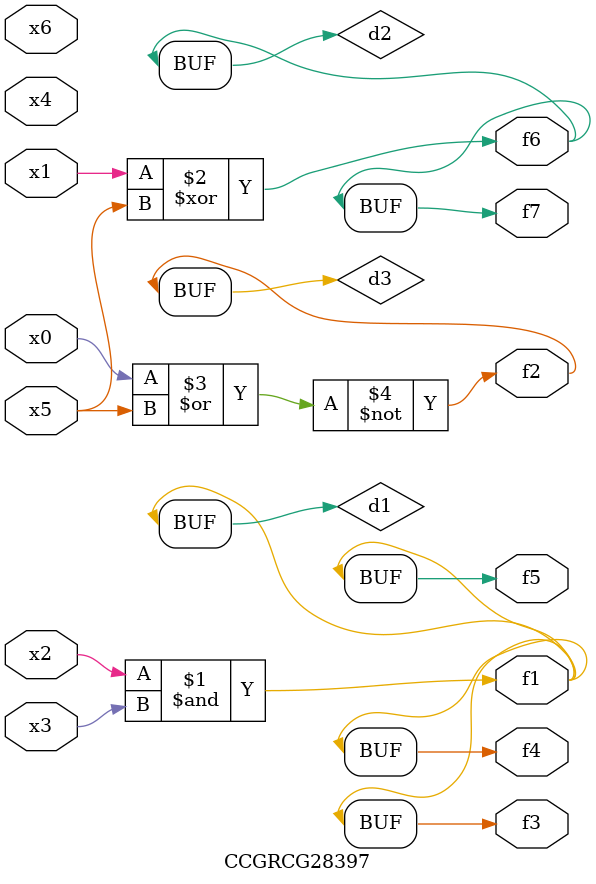
<source format=v>
module CCGRCG28397(
	input x0, x1, x2, x3, x4, x5, x6,
	output f1, f2, f3, f4, f5, f6, f7
);

	wire d1, d2, d3;

	and (d1, x2, x3);
	xor (d2, x1, x5);
	nor (d3, x0, x5);
	assign f1 = d1;
	assign f2 = d3;
	assign f3 = d1;
	assign f4 = d1;
	assign f5 = d1;
	assign f6 = d2;
	assign f7 = d2;
endmodule

</source>
